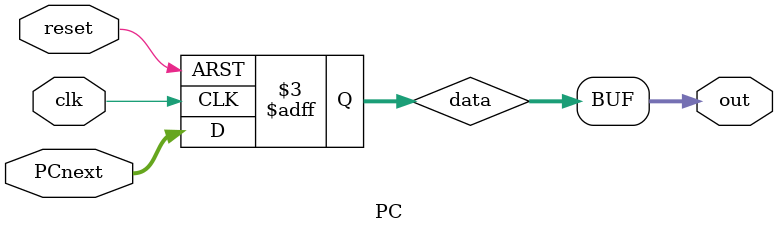
<source format=v>
module processor(
    input clk, reset,
    output [31:0] pc,
    input [31:0] instruction,
    output write_enable,
    output [31:0] address_to_mem, data_to_mem,
    input [31:0] data_from_mem
);

    // ? 
    wire branch_blt, branch_beq, branch_jal, branch_jalr, reg_write, mem_to_reg, mem_write, alu_src;
    wire [2:0] alu_control;
    wire [2:0] imm_control;



    wire [31:0] PCPLus4, ALUOut;
    wire BranchJalx = branch_jal | branch_jalr;

    //    PC
    wire [31:0] BranchTarget;
    // ALU
    wire lt, Zero;
    wire MuxPCSelect = (branch_blt & lt) | (branch_beq & Zero) | BranchJalx;
    // ? ?  ? ?
    wire [31:0] WD3;
    wire [31:0] PCNext;
    // ? 
    wire [31:0] SrcA, rd2;
    // ?  
    wire [31:0] ImmOp;
    // ? ?  ? ALU
    wire [31:0] SrcB;

    // ? Control Unit
    control_unit ctrl(
        instruction, 
        branch_blt, branch_beq, branch_jal, branch_jalr, 
        reg_write, mem_to_reg, mem_write, alu_src, 
        alu_control, imm_control
    );
    
    ALU AlUModule(alu_control, SrcA, SrcB, lt, Zero, ALUOut);

    registers Regs(
        instruction[19:15], instruction[24:20], instruction[11:7],
        WD3, reg_write, reset, clk, SrcA, rd2
    );

    ImmDecoder immdec(instruction[31:7], imm_control, ImmOp);

    //  PC
    PC MyPC(PCNext, pc, clk, reset); 

    Plus4 alu4(pc, PCPLus4);


    assign SrcB = (alu_src) ? ImmOp : rd2;
        //  
    assign address_to_mem = ALUOut;
    assign data_to_mem = rd2;
    assign write_enable = mem_write;
    assign WD3 = (mem_to_reg) ? data_from_mem 
                            : (BranchJalx ? PCPLus4 : ALUOut);
    assign BranchTarget = (branch_jalr) ? ALUOut : (pc + ImmOp);
    assign PCNext = (MuxPCSelect) ? BranchTarget : reset ? 0 : PCPLus4;

endmodule


module Plus4(input [31:0] pcin, output [31:0] out);
    assign out = pcin + 4;
endmodule    


module control_unit(
        input [31:0] inst,
        output reg branch_blt, branch_beq, branch_jal, branch_jalr,
        output reg reg_write, mem_to_reg, mem_write, alu_src,
        output reg [2:0] alu_control,
        output reg [2:0] imm_control
    );
    // ?  ? opcodes
    localparam OPCODE_RTYPE   = 7'b0110011;
    localparam OPCODE_ITYPE   = 7'b0010011;
    localparam OPCODE_LOAD    = 7'b0000011;
    localparam OPCODE_STORE   = 7'b0100011;
    localparam OPCODE_BRANCH  = 7'b1100011;
    localparam OPCODE_LUI     = 7'b0110111;
    localparam OPCODE_JAL     = 7'b1101111;
    localparam OPCODE_JALR    = 7'b1100111;
    localparam OPCODE_EXP     = 7'b0001011; //  

    // ?  ? alu_control
    localparam ALU_AND       = 3'b000;
    localparam ALU_SRL       = 3'b001;
    localparam ALU_ADD       = 3'b010;
    localparam ALU_SUB       = 3'b011;
    localparam ALU_EXPONENT  = 3'b100;
    localparam ALU_LUI       = 3'b101;
    localparam ALU_ETD       = 3'b111;

    always @(*) begin
        // ?  
        branch_blt   = 0;
        branch_beq   = 0;
        branch_jal   = 0;
        branch_jalr  = 0;
        reg_write    = 0;
        mem_to_reg   = 0;
        mem_write    = 0;
        alu_src      = 0;
        alu_control  = ALU_ADD; //  ?
        imm_control  = 3'b000;  //  ?

        case (inst[6:0])
            OPCODE_RTYPE: begin // R-type 
                reg_write = 1;
                case ({inst[31:25], inst[14:12]})
                    {7'b0000000, 3'b000}: alu_control = ALU_ADD; // add
                    {7'b0100000, 3'b000}: alu_control = ALU_SUB; // sub
                    {7'b0000000, 3'b111}: alu_control = ALU_AND; // and
                    {7'b0000000, 3'b101}: alu_control = ALU_SRL; // srl
                    {7'b0000000, 3'b110}: alu_control = ALU_ETD; // etd

                endcase
            end
            OPCODE_ITYPE: begin // I-type  
                reg_write   = 1;
                alu_src     = 1;
                imm_control = 3'b001; // I-type immediate
                case (inst[14:12])
                    3'b000: alu_control = ALU_ADD; // addi
                endcase
            end
            OPCODE_LOAD: begin // Load 
                if (inst[14:12] == 3'b010) begin // lw
                    reg_write   = 1;
                    mem_to_reg  = 1;
                    alu_src     = 1;
                    imm_control = 3'b001; // I-type immediate
                end
            end
            OPCODE_STORE: begin // Store 
                if (inst[14:12] == 3'b010) begin // sw
                    mem_write   = 1;
                    alu_src     = 1;
                    imm_control = 3'b010; // S-type immediate
                end
            end
            OPCODE_BRANCH: begin // Branch 
                imm_control = 3'b011; // B-type immediate
                alu_control = ALU_SUB; // ? ?
                case (inst[14:12])
                    3'b000: branch_beq = 1; // beq
                    3'b100: branch_blt = 1; // blt
                    default: ;
                endcase
            end
            
            OPCODE_LUI: begin // LUI
                reg_write   = 1;
                alu_src     = 1;
                imm_control = 3'b100; // U-type immediate
                alu_control = ALU_LUI; //  ALU ?  
            end
            OPCODE_JAL: begin // JAL
                branch_jal  = 1;
                reg_write   = 1;
                imm_control = 3'b101; // J-type immediate
            end
            OPCODE_JALR: begin // JALR
                branch_jalr = 1;
                reg_write   = 1;
                alu_src     = 1;
                imm_control = 3'b001; // I-type immediate
            end
            OPCODE_EXP: begin //   - ? 
                if (inst[14:12] == 3'b000 && inst[31:25] == 7'b0000000) begin
                    reg_write   = 1;
                    alu_control = ALU_EXPONENT; // ? ?   
                end
            end

        endcase
    end
endmodule


module registers(
        input [4:0] a1, a2, a3,
        input [31:0] wd3,
        input we, reset, clk,
        output reg [31:0] rd1, rd2
    );

    integer i;
    reg [31:0] data [31:0];

    //  ? (? )
    always @(*) begin
        rd1 = data[a1];
        rd2 = data[a2];
    end

    //  ? ? ?
    always @(posedge clk or posedge reset) begin
        if (reset) begin
            for(i = 0; i < 32; i = i + 1)
                data[i] <= 0;
        end else begin
            if (we == 1 && a3 != 0) begin
                data[a3] <= wd3;
            end
        end
    end
endmodule


module ALU (
        input [2:0] ALUControl, // 3-  
        input [31:0] SrcA, SrcB,
        output reg lt, Zero,
        output reg [31:0] ALUOut
    );
    integer i;
    always @(*) begin
        Zero = 0;
        lt = 0;
        case (ALUControl)
            3'b000: ALUOut = SrcA & SrcB;            // AND
            3'b001: ALUOut = SrcA >> SrcB;           // SRL
            3'b010: ALUOut = SrcA + SrcB;            // ADD
            3'b011: ALUOut = SrcA - SrcB;            // SUB beq blt
            3'b100: ALUOut = $signed (SrcA[30:23]) - 127;
            default: ALUOut = SrcB; // LUI
        endcase

        Zero = (ALUOut == 0);
        lt = ($signed(SrcA) < $signed(SrcB));
    end
endmodule


module ImmDecoder(
        input [31:7] inst,
        input [2:0] imm_control,
        output reg [31:0] ImmOp
    );
    always @(*) begin
        ImmOp = 0;
        case (imm_control)
            //
            3'b000: ImmOp = 0; // 

            3'b001: begin // I-type (addi, lw, jalr)
                ImmOp[11:0] = inst[31:20];
                ImmOp[31:12] = {20{inst[31]}};
            end

            3'b010: begin // S-type (sw)
                // Imm[11:0] = {inst[31:25], inst[11:7]}
                ImmOp[11:5] = inst[31:25];
                ImmOp[4:0] = inst[11:7];
                ImmOp[31:12] = {20{inst[31]}};
            end

            3'b011: begin // B-type (beq, blt)
                ImmOp[31:13] = {19{inst[31]}};
                ImmOp[12]    = inst[31];
                ImmOp[11]    = inst[7];
                ImmOp[10:5]  = inst[30:25];
                ImmOp[4:1]   = inst[11:8];
                ImmOp[0]     = 0; 
            end

            3'b100: begin // U-type (lui)
                ImmOp[31:12] = inst[31:12];
                ImmOp[11:0] = 12'b0;
            end

            3'b101: begin // J-type (jal)
                ImmOp[31:21] = {11{inst[31]}};
                ImmOp[20]    = inst[31];
                ImmOp[19:12] = inst[19:12];
                ImmOp[11]    = inst[20];
                ImmOp[10:1]  = inst[30:21];
                ImmOp[0]     = 0; 
            end
            default: ImmOp = 0;
        endcase
    end
endmodule

module PC(input [31:0] PCnext, output [31:0] out, input clk, reset );
    reg [31:0] data;
    assign out = data;
    always @(posedge clk or posedge reset) begin
        if (reset)
            data <= 0;
        else
            data <= PCnext;
    end
endmodule
</source>
